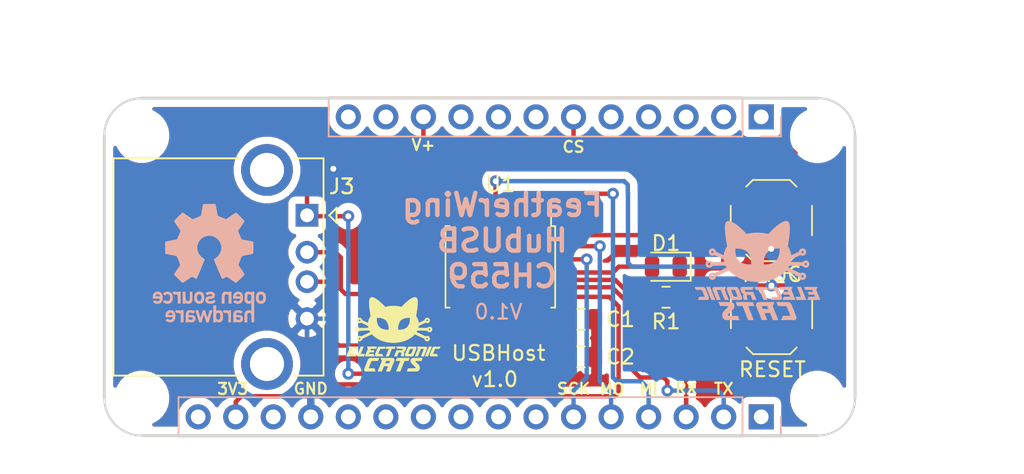
<source format=kicad_pcb>
(kicad_pcb (version 20171130) (host pcbnew "(5.1.6)-1")
  (layers (0 F.Cu signal) (31 B.Cu signal) (34 B.Paste user) (35 F.Paste user) (36 B.SilkS user) (37 F.SilkS user) (38 B.Mask user) (39 F.Mask user) (44 Edge.Cuts user))
  (net 0 "")
  (net 1 /TX)
  (net 2 /RX)
  (net 3 GND)
  (net 4 +3V3)
  (net 5 VBUS)
  (net 6 "Net-(J3-Pad5)")
  (net 7 /RST)
  (net 8 /PROG)
  (net 9 "Net-(U1-Pad13)")
  (net 10 "Net-(U1-Pad12)")
  (net 11 "Net-(U1-Pad11)")
  (net 12 "Net-(U1-Pad10)")
  (net 13 "Net-(U1-Pad8)")
  (net 14 "Net-(U1-Pad1)")
  (net 15 "Net-(J1-Pad1)")
  (net 16 "Net-(J1-Pad7)")
  (net 17 "Net-(J1-Pad8)")
  (net 18 "Net-(J1-Pad9)")
  (net 19 "Net-(J1-Pad10)")
  (net 20 "Net-(J1-Pad11)")
  (net 21 "Net-(J1-Pad12)")
  (net 22 "Net-(J1-Pad14)")
  (net 23 "Net-(J2-Pad1)")
  (net 24 "Net-(J2-Pad2)")
  (net 25 "Net-(J2-Pad3)")
  (net 26 "Net-(J2-Pad4)")
  (net 27 "Net-(J2-Pad5)")
  (net 28 "Net-(J2-Pad7)")
  (net 29 "Net-(J2-Pad8)")
  (net 30 "Net-(J2-Pad9)")
  (net 31 "Net-(J2-Pad11)")
  (net 32 "Net-(J2-Pad12)")
  (net 33 /D-)
  (net 34 /D+)
  (net 35 "Net-(J1-Pad16)")
  (net 36 /LED)
  (net 37 "Net-(D1-Pad1)")
  (net 38 /MISO)
  (net 39 /MOSI)
  (net 40 /SCK)
  (net 41 /CS)
  (module Button_Switch_SMD:SW_SPST_TL3342 (layer F.Cu) (at 70.5358 33.6931)
    (fp_text reference PROG (at 0.0508 3.6449 180) (layer F.SilkS))
    (fp_text value DOWNLOADER)
    (pad 2 smd rect (at 3.15 1.9) (size 1.7 1) (layers F.Cu F.Paste F.Mask) (net 3 GND))
    (pad 2 smd rect (at -3.15 1.9) (size 1.7 1) (layers F.Cu F.Paste F.Mask) (net 3 GND))
    (pad 1 smd rect (at 3.15 -1.9) (size 1.7 1) (layers F.Cu F.Paste F.Mask) (net 8 /PROG))
    (pad 1 smd rect (at -3.15 -1.9) (size 1.7 1) (layers F.Cu F.Paste F.Mask) (net 8 /PROG))
  )
  (module Connector_USB:USB_A_CONNFLY_DS1095-WNR0 (layer F.Cu) (at 39.116 33.3375 270)
    (fp_text reference J3 (at -1.95 -2.35 180) (layer F.SilkS))
    (fp_text value USB_A)
    (pad 4 thru_hole circle (at 7 0 270) (size 1.524 1.524) (drill 0.92) (layers *.Cu *.Mask) (net 3 GND))
    (pad 3 thru_hole circle (at 4.5 0 270) (size 1.524 1.524) (drill 0.92) (layers *.Cu *.Mask) (net 34 /D+))
    (pad 2 thru_hole circle (at 2.5 0 270) (size 1.524 1.524) (drill 0.92) (layers *.Cu *.Mask) (net 33 /D-))
    (pad 1 thru_hole rect (at 0 0 270) (size 1.524 1.524) (drill 0.92) (layers *.Cu *.Mask) (net 5 VBUS))
    (pad 5 thru_hole circle (at -3.07 2.71 270) (size 3.5 3.5) (drill 2.3) (layers *.Cu *.Mask) (net 6 "Net-(J3-Pad5)"))
    (pad 5 thru_hole circle (at 10.07 2.71 270) (size 3.5 3.5) (drill 2.3) (layers *.Cu *.Mask) (net 6 "Net-(J3-Pad5)"))
  )
  (module Connector_PinHeader_2.54mm:PinHeader_1x16_P2.54mm_Vertical (layer B.Cu) (at 69.85 46.99 90)
    (fp_text reference J1 hide)
    (fp_text value "feather long" hide)
    (pad 1 thru_hole rect (at 0 0 90) (size 1.7 1.7) (drill 1) (layers *.Cu *.Mask) (net 15 "Net-(J1-Pad1)"))
    (pad 2 thru_hole oval (at 0 -2.54 90) (size 1.7 1.7) (drill 1) (layers *.Cu *.Mask) (net 1 /TX))
    (pad 3 thru_hole oval (at 0 -5.08 90) (size 1.7 1.7) (drill 1) (layers *.Cu *.Mask) (net 2 /RX))
    (pad 4 thru_hole oval (at 0 -7.62 90) (size 1.7 1.7) (drill 1) (layers *.Cu *.Mask) (net 38 /MISO))
    (pad 5 thru_hole oval (at 0 -10.16 90) (size 1.7 1.7) (drill 1) (layers *.Cu *.Mask) (net 39 /MOSI))
    (pad 6 thru_hole oval (at 0 -12.7 90) (size 1.7 1.7) (drill 1) (layers *.Cu *.Mask) (net 40 /SCK))
    (pad 7 thru_hole oval (at 0 -15.24 90) (size 1.7 1.7) (drill 1) (layers *.Cu *.Mask) (net 16 "Net-(J1-Pad7)"))
    (pad 8 thru_hole oval (at 0 -17.78 90) (size 1.7 1.7) (drill 1) (layers *.Cu *.Mask) (net 17 "Net-(J1-Pad8)"))
    (pad 9 thru_hole oval (at 0 -20.32 90) (size 1.7 1.7) (drill 1) (layers *.Cu *.Mask) (net 18 "Net-(J1-Pad9)"))
    (pad 10 thru_hole oval (at 0 -22.86 90) (size 1.7 1.7) (drill 1) (layers *.Cu *.Mask) (net 19 "Net-(J1-Pad10)"))
    (pad 11 thru_hole oval (at 0 -25.4 90) (size 1.7 1.7) (drill 1) (layers *.Cu *.Mask) (net 20 "Net-(J1-Pad11)"))
    (pad 12 thru_hole oval (at 0 -27.94 90) (size 1.7 1.7) (drill 1) (layers *.Cu *.Mask) (net 21 "Net-(J1-Pad12)"))
    (pad 13 thru_hole oval (at 0 -30.48 90) (size 1.7 1.7) (drill 1) (layers *.Cu *.Mask) (net 3 GND))
    (pad 14 thru_hole oval (at 0 -33.02 90) (size 1.7 1.7) (drill 1) (layers *.Cu *.Mask) (net 22 "Net-(J1-Pad14)"))
    (pad 15 thru_hole oval (at 0 -35.56 90) (size 1.7 1.7) (drill 1) (layers *.Cu *.Mask) (net 4 +3V3))
    (pad 16 thru_hole oval (at 0 -38.1 90) (size 1.7 1.7) (drill 1) (layers *.Cu *.Mask) (net 35 "Net-(J1-Pad16)"))
  )
  (module Aesthetics:electronic_cats_logo_4x3 (layer F.Cu) (at 44.958 41.402)
    (fp_text reference G*** hide)
    (fp_text value LOGO hide)
  )
  (module Symbol:OSHW-Logo_7.5x8mm_SilkScreen (layer B.Cu) (at 32.512 36.576 180)
    (fp_text reference REF** hide)
    (fp_text value OSHW-Logo_7.5x8mm_SilkScreen hide)
  )
  (module Aesthetics:electronic_cats_logo_8x6 (layer B.Cu) (at 69.596 37.084 180)
    (fp_text reference G*** hide)
    (fp_text value LOGO hide)
  )
  (module Resistor_SMD:R_0805_2012Metric (layer F.Cu) (at 63.4088 38.8874 180)
    (fp_text reference R1 (at 0 -1.65 180) (layer F.SilkS))
    (fp_text value 1K)
    (pad 2 smd roundrect (at 0.9375 0 180) (size 0.975 1.4) (layers F.Cu F.Paste F.Mask) (net 3 GND))
    (pad 1 smd roundrect (at -0.9375 0 180) (size 0.975 1.4) (layers F.Cu F.Paste F.Mask) (net 37 "Net-(D1-Pad1)"))
  )
  (module LED_SMD:LED_0805_2012Metric (layer F.Cu) (at 63.3961 36.8173 180)
    (fp_text reference D1 (at -0.0127 1.5875) (layer F.SilkS))
    (fp_text value LED)
    (pad 2 smd roundrect (at 0.9375 0 180) (size 0.975 1.4) (layers F.Cu F.Paste F.Mask) (net 36 /LED))
    (pad 1 smd roundrect (at -0.9375 0 180) (size 0.975 1.4) (layers F.Cu F.Paste F.Mask) (net 37 "Net-(D1-Pad1)"))
  )
  (module Connector_USB:USB_A_CONNFLY_DS1095-WNR0 (layer F.Cu) (at 39.116 33.3375 270)
    (fp_text reference J3 (at -1.95 -2.35 180) (layer F.SilkS))
    (fp_text value USB_A)
    (pad 4 thru_hole circle (at 7 0 270) (size 1.524 1.524) (drill 0.92) (layers *.Cu *.Mask) (net 3 GND))
    (pad 3 thru_hole circle (at 4.5 0 270) (size 1.524 1.524) (drill 0.92) (layers *.Cu *.Mask) (net 34 /D+))
    (pad 2 thru_hole circle (at 2.5 0 270) (size 1.524 1.524) (drill 0.92) (layers *.Cu *.Mask) (net 33 /D-))
    (pad 1 thru_hole rect (at 0 0 270) (size 1.524 1.524) (drill 0.92) (layers *.Cu *.Mask) (net 5 VBUS))
    (pad 5 thru_hole circle (at -3.07 2.71 270) (size 3.5 3.5) (drill 2.3) (layers *.Cu *.Mask) (net 6 "Net-(J3-Pad5)"))
    (pad 5 thru_hole circle (at 10.07 2.71 270) (size 3.5 3.5) (drill 2.3) (layers *.Cu *.Mask) (net 6 "Net-(J3-Pad5)"))
  )
  (module Capacitor_SMD:C_0805_2012Metric (layer F.Cu) (at 57.658 42.926)
    (fp_text reference C2 (at 2.667 0 180) (layer F.SilkS))
    (fp_text value 3.3uF)
    (pad 2 smd roundrect (at 0.9375 0) (size 0.975 1.4) (layers F.Cu F.Paste F.Mask) (net 3 GND))
    (pad 1 smd roundrect (at -0.9375 0) (size 0.975 1.4) (layers F.Cu F.Paste F.Mask) (net 5 VBUS))
  )
  (module Package_SO:SSOP-20_5.3x7.2mm_P0.65mm (layer F.Cu) (at 52.197 36.83 270)
    (fp_text reference U1 (at -5.588 0) (layer F.SilkS))
    (fp_text value CH559T)
    (pad 20 smd roundrect (at 3.5 -2.925 270) (size 1.9 0.5) (layers F.Cu F.Paste F.Mask) (net 4 +3V3))
    (pad 19 smd roundrect (at 3.5 -2.275 270) (size 1.9 0.5) (layers F.Cu F.Paste F.Mask) (net 5 VBUS))
    (pad 18 smd roundrect (at 3.5 -1.625 270) (size 1.9 0.5) (layers F.Cu F.Paste F.Mask) (net 3 GND))
    (pad 17 smd roundrect (at 3.5 -0.975 270) (size 1.9 0.5) (layers F.Cu F.Paste F.Mask) (net 1 /TX))
    (pad 16 smd roundrect (at 3.5 -0.325 270) (size 1.9 0.5) (layers F.Cu F.Paste F.Mask) (net 2 /RX))
    (pad 15 smd roundrect (at 3.5 0.325 270) (size 1.9 0.5) (layers F.Cu F.Paste F.Mask) (net 33 /D-))
    (pad 14 smd roundrect (at 3.5 0.975 270) (size 1.9 0.5) (layers F.Cu F.Paste F.Mask) (net 34 /D+))
    (pad 13 smd roundrect (at 3.5 1.625 270) (size 1.9 0.5) (layers F.Cu F.Paste F.Mask) (net 9 "Net-(U1-Pad13)"))
    (pad 12 smd roundrect (at 3.5 2.275 270) (size 1.9 0.5) (layers F.Cu F.Paste F.Mask) (net 10 "Net-(U1-Pad12)"))
    (pad 11 smd roundrect (at 3.5 2.925 270) (size 1.9 0.5) (layers F.Cu F.Paste F.Mask) (net 11 "Net-(U1-Pad11)"))
    (pad 10 smd roundrect (at -3.5 2.925 270) (size 1.9 0.5) (layers F.Cu F.Paste F.Mask) (net 12 "Net-(U1-Pad10)"))
    (pad 9 smd roundrect (at -3.5 2.275 270) (size 1.9 0.5) (layers F.Cu F.Paste F.Mask) (net 8 /PROG))
    (pad 8 smd roundrect (at -3.5 1.625 270) (size 1.9 0.5) (layers F.Cu F.Paste F.Mask) (net 13 "Net-(U1-Pad8)"))
    (pad 7 smd roundrect (at -3.5 0.975 270) (size 1.9 0.5) (layers F.Cu F.Paste F.Mask) (net 36 /LED))
    (pad 6 smd roundrect (at -3.5 0.325 270) (size 1.9 0.5) (layers F.Cu F.Paste F.Mask) (net 7 /RST))
    (pad 5 smd roundrect (at -3.5 -0.325 270) (size 1.9 0.5) (layers F.Cu F.Paste F.Mask) (net 40 /SCK))
    (pad 4 smd roundrect (at -3.5 -0.975 270) (size 1.9 0.5) (layers F.Cu F.Paste F.Mask) (net 38 /MISO))
    (pad 3 smd roundrect (at -3.5 -1.625 270) (size 1.9 0.5) (layers F.Cu F.Paste F.Mask) (net 39 /MOSI))
    (pad 2 smd roundrect (at -3.5 -2.275 270) (size 1.9 0.5) (layers F.Cu F.Paste F.Mask) (net 41 /CS))
    (pad 1 smd roundrect (at -3.5 -2.925 270) (size 1.9 0.5) (layers F.Cu F.Paste F.Mask) (net 14 "Net-(U1-Pad1)"))
  )
  (module Button_Switch_SMD:SW_SPST_TL3342 (layer F.Cu) (at 70.5485 39.9923)
    (fp_text reference RESET (at 0.0508 3.7846 180) (layer F.SilkS))
    (fp_text value RESET)
    (pad 2 smd rect (at 3.15 1.9) (size 1.7 1) (layers F.Cu F.Paste F.Mask) (net 3 GND))
    (pad 2 smd rect (at -3.15 1.9) (size 1.7 1) (layers F.Cu F.Paste F.Mask) (net 3 GND))
    (pad 1 smd rect (at 3.15 -1.9) (size 1.7 1) (layers F.Cu F.Paste F.Mask) (net 7 /RST))
    (pad 1 smd rect (at -3.15 -1.9) (size 1.7 1) (layers F.Cu F.Paste F.Mask) (net 7 /RST))
  )
  (module Capacitor_SMD:C_0805_2012Metric (layer F.Cu) (at 57.658 40.386)
    (fp_text reference C1 (at 2.667 0 180) (layer F.SilkS))
    (fp_text value 0.1uF)
    (pad 2 smd roundrect (at 0.9375 0) (size 0.975 1.4) (layers F.Cu F.Paste F.Mask) (net 3 GND))
    (pad 1 smd roundrect (at -0.9375 0) (size 0.975 1.4) (layers F.Cu F.Paste F.Mask) (net 4 +3V3))
  )
  (module MountingHole:MountingHole_2.7mm_M2.5 (layer F.Cu) (at 73.66 27.94)
    (fp_text reference REF** hide)
    (fp_text value MountingHole_2.7mm_M2.5 hide)
    (pad 1 np_thru_hole circle (at 0 0) (size 2.7 2.7) (drill 2.7) (layers *.Cu *.Mask))
  )
  (module MountingHole:MountingHole_2.7mm_M2.5 (layer F.Cu) (at 73.66 45.72)
    (fp_text reference REF** hide)
    (fp_text value MountingHole_2.7mm_M2.5 hide)
    (pad 1 np_thru_hole circle (at 0 0) (size 2.7 2.7) (drill 2.7) (layers *.Cu *.Mask))
  )
  (module MountingHole:MountingHole_2.7mm_M2.5 (layer F.Cu) (at 27.94 45.72)
    (fp_text reference REF** hide)
    (fp_text value MountingHole_2.7mm_M2.5 hide)
    (pad 1 np_thru_hole circle (at 0 0) (size 2.7 2.7) (drill 2.7) (layers *.Cu *.Mask))
  )
  (module MountingHole:MountingHole_2.7mm_M2.5 (layer F.Cu) (at 27.94 27.94)
    (fp_text reference REF** hide)
    (fp_text value MountingHole_2.7mm_M2.5 hide)
    (pad 1 np_thru_hole circle (at 0 0) (size 2.7 2.7) (drill 2.7) (layers *.Cu *.Mask))
  )
  (module Connector_PinHeader_2.54mm:PinHeader_1x12_P2.54mm_Vertical (layer B.Cu) (at 69.85 26.67 90)
    (fp_text reference J2 hide)
    (fp_text value "feather short" hide)
    (pad 1 thru_hole rect (at 0 0 90) (size 1.7 1.7) (drill 1) (layers *.Cu *.Mask) (net 23 "Net-(J2-Pad1)"))
    (pad 2 thru_hole oval (at 0 -2.54 90) (size 1.7 1.7) (drill 1) (layers *.Cu *.Mask) (net 24 "Net-(J2-Pad2)"))
    (pad 3 thru_hole oval (at 0 -5.08 90) (size 1.7 1.7) (drill 1) (layers *.Cu *.Mask) (net 25 "Net-(J2-Pad3)"))
    (pad 4 thru_hole oval (at 0 -7.62 90) (size 1.7 1.7) (drill 1) (layers *.Cu *.Mask) (net 26 "Net-(J2-Pad4)"))
    (pad 5 thru_hole oval (at 0 -10.16 90) (size 1.7 1.7) (drill 1) (layers *.Cu *.Mask) (net 27 "Net-(J2-Pad5)"))
    (pad 6 thru_hole oval (at 0 -12.7 90) (size 1.7 1.7) (drill 1) (layers *.Cu *.Mask) (net 41 /CS))
    (pad 7 thru_hole oval (at 0 -15.24 90) (size 1.7 1.7) (drill 1) (layers *.Cu *.Mask) (net 28 "Net-(J2-Pad7)"))
    (pad 8 thru_hole oval (at 0 -17.78 90) (size 1.7 1.7) (drill 1) (layers *.Cu *.Mask) (net 29 "Net-(J2-Pad8)"))
    (pad 9 thru_hole oval (at 0 -20.32 90) (size 1.7 1.7) (drill 1) (layers *.Cu *.Mask) (net 30 "Net-(J2-Pad9)"))
    (pad 10 thru_hole oval (at 0 -22.86 90) (size 1.7 1.7) (drill 1) (layers *.Cu *.Mask) (net 5 VBUS))
    (pad 11 thru_hole oval (at 0 -25.4 90) (size 1.7 1.7) (drill 1) (layers *.Cu *.Mask) (net 31 "Net-(J2-Pad11)"))
    (pad 12 thru_hole oval (at 0 -27.94 90) (size 1.7 1.7) (drill 1) (layers *.Cu *.Mask) (net 32 "Net-(J2-Pad12)"))
  )
  (gr_text 3V3 (at 34.0868 45.0977) (layer F.SilkS) (effects (font (size 0.75 0.75))))
  (gr_text V1.0 (at 52.07 39.878) (layer B.SilkS) (effects (font (size 1 1)) (justify mirror)))
  (gr_text v1.0 (at 51.816 44.45) (layer F.SilkS) (effects (font (size 1 1))))
  (gr_text USBHost (at 52.07 42.672) (layer F.SilkS) (effects (font (size 1 1))))
  (gr_text CS (at 57.15 28.702) (layer F.SilkS) (effects (font (size 0.75 0.75))))
  (gr_text "FeatherWing\nHubUSB\nCH559" (at 52.324 35.052) (layer B.SilkS) (effects (font (size 1.5 1.5) (thickness 0.3)) (justify mirror)))
  (gr_text V+ (at 46.99 28.575) (layer F.SilkS) (effects (font (size 0.75 0.75))))
  (gr_text TX (at 67.31 45.085) (layer F.SilkS) (effects (font (size 0.75 0.75))))
  (gr_text RX (at 64.77 45.085) (layer F.SilkS) (effects (font (size 0.75 0.75))))
  (gr_text MI (at 62.24 45.1) (layer F.SilkS) (effects (font (size 0.75 0.75))))
  (gr_text MO (at 59.76 45.12) (layer F.SilkS) (effects (font (size 0.75 0.75))))
  (gr_text SCK (at 57.15 45.085) (layer F.SilkS) (effects (font (size 0.75 0.75))))
  (gr_text GND (at 39.37 45.085) (layer F.SilkS) (effects (font (size 0.75 0.75))))
  (gr_arc (start 73.66 27.94) (end 76.2 27.94) (angle -90) (layer Edge.Cuts) (width 0.15))
  (gr_arc (start 73.66 45.72) (end 73.66 48.26) (angle -90) (layer Edge.Cuts) (width 0.15))
  (gr_arc (start 27.94 45.72) (end 25.4 45.72) (angle -90) (layer Edge.Cuts) (width 0.15))
  (gr_arc (start 27.94 27.94) (end 27.94 25.4) (angle -90) (layer Edge.Cuts) (width 0.15))
  (gr_line (start 25.4 45.72) (end 25.4 27.94) (layer Edge.Cuts) (width 0.2))
  (gr_line (start 73.66 48.26) (end 27.94 48.26) (layer Edge.Cuts) (width 0.2))
  (gr_line (start 76.2 27.94) (end 76.2 45.72) (layer Edge.Cuts) (width 0.2))
  (gr_line (start 27.94 25.4) (end 73.66 25.4) (layer Edge.Cuts) (width 0.2))
  (segment (start 63.5 45.212) (end 63.5 45.212) (width 0.3) (layer F.Cu) (net 1))
  (via (at 63.5 45.212) (size 0.8) (drill 0.4) (layers F.Cu B.Cu) (net 1))
  (segment (start 63.5 45.212) (end 66.929 45.212) (width 0.3) (layer B.Cu) (net 1))
  (segment (start 67.31 45.593) (end 67.31 46.99) (width 0.3) (layer B.Cu) (net 1))
  (segment (start 66.929 45.212) (end 67.31 45.593) (width 0.3) (layer B.Cu) (net 1))
  (segment (start 53.35598 38.21102) (end 53.172 38.395) (width 0.3) (layer F.Cu) (net 1))
  (segment (start 59.76056 38.21102) (end 53.35598 38.21102) (width 0.3) (layer F.Cu) (net 1))
  (segment (start 63.5 45.212) (end 63.5 44.577) (width 0.3) (layer F.Cu) (net 1))
  (segment (start 63.5 44.577) (end 63.246 44.323) (width 0.3) (layer F.Cu) (net 1))
  (segment (start 60.96799 43.64111) (end 60.96799 39.41845) (width 0.3) (layer F.Cu) (net 1))
  (segment (start 53.172 38.395) (end 53.172 40.33) (width 0.3) (layer F.Cu) (net 1))
  (segment (start 63.246 44.323) (end 61.64988 44.323) (width 0.3) (layer F.Cu) (net 1))
  (segment (start 61.64988 44.323) (end 60.96799 43.64111) (width 0.3) (layer F.Cu) (net 1))
  (segment (start 60.96799 39.41845) (end 59.76056 38.21102) (width 0.3) (layer F.Cu) (net 1))
  (segment (start 64.77 46.99) (end 64.77 45.72) (width 0.3) (layer F.Cu) (net 2))
  (segment (start 52.522 39.358234) (end 52.522 40.33) (width 0.3) (layer F.Cu) (net 2))
  (segment (start 52.578 39.302234) (end 52.522 39.358234) (width 0.3) (layer F.Cu) (net 2))
  (segment (start 64.77 46.99) (end 64.77 44.196) (width 0.3) (layer F.Cu) (net 2))
  (segment (start 64.77 44.196) (end 64.389 43.815) (width 0.3) (layer F.Cu) (net 2))
  (segment (start 61.468 43.434) (end 61.468 39.21134) (width 0.3) (layer F.Cu) (net 2))
  (segment (start 64.389 43.815) (end 61.849 43.815) (width 0.3) (layer F.Cu) (net 2))
  (segment (start 61.849 43.815) (end 61.468 43.434) (width 0.3) (layer F.Cu) (net 2))
  (segment (start 61.468 39.21134) (end 59.96767 37.71101) (width 0.3) (layer F.Cu) (net 2))
  (segment (start 52.578 38.227) (end 53.09399 37.71101) (width 0.3) (layer F.Cu) (net 2))
  (segment (start 59.96767 37.71101) (end 53.09399 37.71101) (width 0.3) (layer F.Cu) (net 2))
  (segment (start 52.578 38.227) (end 52.578 39.302234) (width 0.3) (layer F.Cu) (net 2))
  (segment (start 39.116 46.736) (end 39.37 46.99) (width 0.5) (layer B.Cu) (net 3))
  (segment (start 58.5955 40.386) (end 58.5955 42.418) (width 0.3) (layer F.Cu) (net 3))
  (segment (start 53.822 41.174) (end 53.848 41.2) (width 0.25) (layer F.Cu) (net 3))
  (segment (start 53.822 40.33) (end 53.822 41.174) (width 0.25) (layer F.Cu) (net 3))
  (segment (start 39.37 46.99) (end 39.395 46.965) (width 0.25) (layer B.Cu) (net 3))
  (segment (start 39.116 43.688) (end 39.116 43.815) (width 0.25) (layer F.Cu) (net 3))
  (segment (start 58.5955 42.418) (end 58.572 42.4415) (width 0.25) (layer F.Cu) (net 3))
  (segment (start 58.572 44.475) (end 58.256001 44.790999) (width 0.3) (layer F.Cu) (net 3))
  (segment (start 58.256001 44.790999) (end 58.256001 44.794001) (width 0.25) (layer F.Cu) (net 3))
  (segment (start 39.116 44.45) (end 39.460001 44.794001) (width 0.3) (layer F.Cu) (net 3))
  (segment (start 58.256001 44.794001) (end 39.460001 44.794001) (width 0.3) (layer F.Cu) (net 3))
  (segment (start 39.116 44.45) (end 39.116 43.688) (width 0.3) (layer F.Cu) (net 3))
  (segment (start 58.5955 44.4515) (end 58.572 44.475) (width 0.3) (layer F.Cu) (net 3))
  (segment (start 58.5955 42.926) (end 58.5955 44.4515) (width 0.3) (layer F.Cu) (net 3))
  (segment (start 53.822 42.825) (end 53.822 40.33) (width 0.3) (layer F.Cu) (net 3))
  (segment (start 53.594 43.053) (end 53.822 42.825) (width 0.3) (layer F.Cu) (net 3))
  (segment (start 39.624 43.053) (end 53.594 43.053) (width 0.3) (layer F.Cu) (net 3))
  (segment (start 39.116 43.053) (end 39.624 43.053) (width 0.3) (layer F.Cu) (net 3))
  (segment (start 39.116 42.672) (end 39.116 40.3375) (width 0.3) (layer F.Cu) (net 3))
  (segment (start 39.116 43.053) (end 39.116 42.672) (width 0.3) (layer F.Cu) (net 3))
  (segment (start 39.624 43.053) (end 39.497 43.053) (width 0.3) (layer F.Cu) (net 3))
  (segment (start 39.116 43.688) (end 39.116 43.434) (width 0.3) (layer F.Cu) (net 3))
  (segment (start 39.116 43.434) (end 39.116 43.053) (width 0.3) (layer F.Cu) (net 3))
  (segment (start 39.116 42.672) (end 39.497 43.053) (width 0.3) (layer F.Cu) (net 3))
  (segment (start 39.116 43.434) (end 39.497 43.053) (width 0.3) (layer F.Cu) (net 3))
  (segment (start 39.37 46.99) (end 39.37 45.212) (width 0.3) (layer B.Cu) (net 3))
  (segment (start 39.116 44.958) (end 39.116 40.3375) (width 0.3) (layer B.Cu) (net 3))
  (segment (start 39.37 45.212) (end 39.116 44.958) (width 0.3) (layer B.Cu) (net 3))
  (segment (start 67.3985 41.8923) (end 70.5662 41.8923) (width 0.3) (layer F.Cu) (net 3))
  (segment (start 70.5662 41.8923) (end 73.6985 41.8923) (width 0.3) (layer F.Cu) (net 3))
  (segment (start 73.7035 41.8973) (end 73.6985 41.8923) (width 0.3) (layer F.Cu) (net 3))
  (segment (start 63.1494 41.8923) (end 67.3985 41.8923) (width 0.3) (layer F.Cu) (net 3))
  (segment (start 62.8015 41.8973) (end 63.1444 41.8973) (width 0.3) (layer F.Cu) (net 3))
  (segment (start 63.1444 41.8973) (end 63.1494 41.8923) (width 0.3) (layer F.Cu) (net 3))
  (segment (start 62.4713 41.5671) (end 62.8015 41.8973) (width 0.3) (layer F.Cu) (net 3))
  (segment (start 62.4713 38.8874) (end 62.4713 41.5671) (width 0.3) (layer F.Cu) (net 3))
  (segment (start 70.1802 30.1879) (end 70.5231 30.5308) (width 0.3) (layer B.Cu) (net 3))
  (segment (start 41.2623 30.1879) (end 41.3639 30.1879) (width 0.3) (layer B.Cu) (net 3))
  (segment (start 74.9808 41.8973) (end 73.7035 41.8973) (width 0.3) (layer F.Cu) (net 3))
  (segment (start 75.2348 41.6433) (end 74.9808 41.8973) (width 0.3) (layer F.Cu) (net 3))
  (segment (start 75.2348 35.8521) (end 75.2348 41.6433) (width 0.3) (layer F.Cu) (net 3))
  (segment (start 73.6858 35.5931) (end 74.9758 35.5931) (width 0.3) (layer F.Cu) (net 3))
  (segment (start 74.9758 35.5931) (end 75.2348 35.8521) (width 0.3) (layer F.Cu) (net 3))
  (segment (start 70.5231 30.5308) (end 70.5231 30.988) (width 0.3) (layer B.Cu) (net 3))
  (segment (start 67.3858 35.5931) (end 70.4519 35.5931) (width 0.3) (layer F.Cu) (net 3))
  (segment (start 70.4519 35.5931) (end 73.6858 35.5931) (width 0.3) (layer F.Cu) (net 3))
  (segment (start 70.5231 30.988) (end 70.5231 35.6108) (width 0.3) (layer B.Cu) (net 3))
  (via (at 70.5231 35.6108) (size 0.8) (drill 0.4) (layers F.Cu B.Cu) (net 3))
  (segment (start 41.3639 30.1879) (end 70.1802 30.1879) (width 0.3) (layer B.Cu) (net 3))
  (segment (start 40.6885 40.3375) (end 39.116 40.3375) (width 0.3) (layer B.Cu) (net 3))
  (segment (start 40.894 40.132) (end 40.6885 40.3375) (width 0.3) (layer B.Cu) (net 3))
  (segment (start 41.3639 30.1879) (end 40.894 30.1879) (width 0.3) (layer B.Cu) (net 3))
  (segment (start 40.894 30.1879) (end 40.894 40.132) (width 0.3) (layer B.Cu) (net 3))
  (segment (start 40.894 30.1879) (end 40.894 30.1879) (width 0.3) (layer B.Cu) (net 3))
  (via (at 40.894 30.1879) (size 0.8) (drill 0.4) (layers F.Cu B.Cu) (net 3))
  (segment (start 55.178 40.386) (end 55.122 40.33) (width 0.25) (layer F.Cu) (net 4))
  (segment (start 55.22801 40.386) (end 55.17201 40.33) (width 0.5) (layer F.Cu) (net 4))
  (segment (start 56.7205 40.386) (end 55.22801 40.386) (width 0.3) (layer F.Cu) (net 4))
  (segment (start 34.29 46.482) (end 34.29 46.99) (width 0.5) (layer F.Cu) (net 4))
  (segment (start 56.7205 39.2915) (end 56.7205 40.386) (width 0.3) (layer F.Cu) (net 4))
  (segment (start 57.15 38.862) (end 56.7205 39.2915) (width 0.3) (layer F.Cu) (net 4))
  (segment (start 34.29 45.974) (end 34.671 45.593) (width 0.3) (layer F.Cu) (net 4))
  (segment (start 34.29 46.99) (end 34.29 45.974) (width 0.3) (layer F.Cu) (net 4))
  (segment (start 60.198 45.339) (end 60.198 39.497) (width 0.3) (layer F.Cu) (net 4))
  (segment (start 60.198 39.497) (end 59.563 38.862) (width 0.3) (layer F.Cu) (net 4))
  (segment (start 59.563 38.862) (end 57.15 38.862) (width 0.3) (layer F.Cu) (net 4))
  (segment (start 34.671 45.593) (end 59.944 45.593) (width 0.3) (layer F.Cu) (net 4))
  (segment (start 59.944 45.593) (end 60.198 45.339) (width 0.3) (layer F.Cu) (net 4))
  (via (at 41.91 33.401) (size 0.8) (drill 0.4) (layers F.Cu B.Cu) (net 5))
  (via (at 41.91 44.069) (size 0.8) (drill 0.4) (layers F.Cu B.Cu) (net 5))
  (segment (start 39.1795 33.401) (end 39.116 33.3375) (width 0.25) (layer F.Cu) (net 5))
  (segment (start 41.91 33.401) (end 39.1795 33.401) (width 0.3) (layer F.Cu) (net 5))
  (segment (start 41.91 33.401) (end 41.91 44.069) (width 0.3) (layer B.Cu) (net 5))
  (segment (start 54.229 44.069) (end 41.91 44.069) (width 0.3) (layer F.Cu) (net 5))
  (segment (start 54.472 43.826) (end 54.229 44.069) (width 0.3) (layer F.Cu) (net 5))
  (segment (start 54.483 42.926) (end 54.472 42.937) (width 0.3) (layer F.Cu) (net 5))
  (segment (start 54.472 43.296) (end 54.494 43.296) (width 0.3) (layer F.Cu) (net 5))
  (segment (start 54.864 42.926) (end 54.483 42.926) (width 0.3) (layer F.Cu) (net 5))
  (segment (start 56.7205 42.926) (end 54.864 42.926) (width 0.3) (layer F.Cu) (net 5))
  (segment (start 54.494 43.296) (end 54.864 42.926) (width 0.3) (layer F.Cu) (net 5))
  (segment (start 54.472 43.296) (end 54.472 43.826) (width 0.3) (layer F.Cu) (net 5))
  (segment (start 54.472 42.937) (end 54.472 43.296) (width 0.3) (layer F.Cu) (net 5))
  (segment (start 54.494 42.556) (end 54.864 42.926) (width 0.3) (layer F.Cu) (net 5))
  (segment (start 54.472 42.556) (end 54.472 42.937) (width 0.3) (layer F.Cu) (net 5))
  (segment (start 54.472 42.556) (end 54.494 42.556) (width 0.3) (layer F.Cu) (net 5))
  (segment (start 54.472 40.33) (end 54.472 42.556) (width 0.3) (layer F.Cu) (net 5))
  (segment (start 46.99 28.448) (end 46.99 26.67) (width 0.3) (layer F.Cu) (net 5))
  (segment (start 39.497 28.829) (end 46.609 28.829) (width 0.3) (layer F.Cu) (net 5))
  (segment (start 39.116 33.3375) (end 39.116 29.21) (width 0.3) (layer F.Cu) (net 5))
  (segment (start 46.609 28.829) (end 46.99 28.448) (width 0.3) (layer F.Cu) (net 5))
  (segment (start 39.116 29.21) (end 39.497 28.829) (width 0.3) (layer F.Cu) (net 5))
  (segment (start 51.872 33.33) (end 51.872 34.28) (width 0.25) (layer F.Cu) (net 7))
  (segment (start 73.6985 38.0923) (end 70.5435 38.0923) (width 0.3) (layer F.Cu) (net 7))
  (segment (start 70.5435 38.0923) (end 67.3985 38.0923) (width 0.3) (layer F.Cu) (net 7))
  (segment (start 51.8795 31.0261) (end 51.8795 31.0261) (width 0.3) (layer B.Cu) (net 7))
  (via (at 51.8795 31.0261) (size 0.8) (drill 0.4) (layers F.Cu B.Cu) (net 7))
  (segment (start 51.872 31.0336) (end 51.8795 31.0261) (width 0.3) (layer F.Cu) (net 7))
  (segment (start 51.872 33.33) (end 51.872 31.0336) (width 0.3) (layer F.Cu) (net 7))
  (via (at 70.5435 38.0923) (size 0.8) (drill 0.4) (layers F.Cu B.Cu) (net 7))
  (segment (start 69.9262 36.8173) (end 70.5435 37.4346) (width 0.3) (layer B.Cu) (net 7))
  (segment (start 61.087 36.8173) (end 69.9262 36.8173) (width 0.3) (layer B.Cu) (net 7))
  (segment (start 60.833 36.5633) (end 61.087 36.8173) (width 0.3) (layer B.Cu) (net 7))
  (segment (start 51.8795 31.0261) (end 60.579 31.0261) (width 0.3) (layer B.Cu) (net 7))
  (segment (start 60.579 31.0261) (end 60.8203 31.2674) (width 0.3) (layer B.Cu) (net 7))
  (segment (start 60.8203 31.770298) (end 60.833 31.782998) (width 0.3) (layer B.Cu) (net 7))
  (segment (start 70.5435 37.4346) (end 70.5435 38.0923) (width 0.3) (layer B.Cu) (net 7))
  (segment (start 60.8203 31.2674) (end 60.8203 31.770298) (width 0.3) (layer B.Cu) (net 7))
  (segment (start 60.833 31.782998) (end 60.833 36.5633) (width 0.3) (layer B.Cu) (net 7))
  (segment (start 49.922 33.33) (end 49.922 32.269) (width 0.25) (layer F.Cu) (net 8))
  (segment (start 49.9237 32.2673) (end 49.922 32.269) (width 0.3) (layer F.Cu) (net 8))
  (segment (start 67.3858 31.7931) (end 67.3858 30.5558) (width 0.3) (layer F.Cu) (net 8))
  (segment (start 49.922 30.4944) (end 49.922 33.33) (width 0.3) (layer F.Cu) (net 8))
  (segment (start 67.0433 30.2133) (end 50.2031 30.2133) (width 0.3) (layer F.Cu) (net 8))
  (segment (start 50.2031 30.2133) (end 49.922 30.4944) (width 0.3) (layer F.Cu) (net 8))
  (segment (start 67.3858 30.5558) (end 67.0433 30.2133) (width 0.3) (layer F.Cu) (net 8))
  (segment (start 70.48 31.7931) (end 73.6858 31.7931) (width 0.3) (layer F.Cu) (net 8))
  (segment (start 67.3858 31.7931) (end 70.48 31.7931) (width 0.3) (layer F.Cu) (net 8))
  (segment (start 51.872 40.33) (end 51.872 38.918) (width 0.3) (layer F.Cu) (net 33))
  (segment (start 51.872 38.918) (end 51.6255 38.6715) (width 0.3) (layer F.Cu) (net 33))
  (segment (start 39.116 35.8375) (end 41.0445 35.8375) (width 0.3) (layer F.Cu) (net 33))
  (segment (start 41.0445 35.8375) (end 41.402 36.195) (width 0.3) (layer F.Cu) (net 33))
  (segment (start 41.402 36.195) (end 41.402 38.354) (width 0.3) (layer F.Cu) (net 33))
  (segment (start 41.7195 38.6715) (end 51.6255 38.6715) (width 0.3) (layer F.Cu) (net 33))
  (segment (start 41.402 38.354) (end 41.7195 38.6715) (width 0.3) (layer F.Cu) (net 33))
  (segment (start 39.116 37.8375) (end 40.5045 37.8375) (width 0.3) (layer F.Cu) (net 34))
  (segment (start 40.5045 37.8375) (end 40.894 38.227) (width 0.3) (layer F.Cu) (net 34))
  (segment (start 40.894 38.227) (end 40.894 41.783) (width 0.3) (layer F.Cu) (net 34))
  (segment (start 40.894 41.783) (end 41.275 42.164) (width 0.3) (layer F.Cu) (net 34))
  (segment (start 41.275 42.164) (end 50.927 42.164) (width 0.3) (layer F.Cu) (net 34))
  (segment (start 51.222 41.869) (end 51.222 40.33) (width 0.3) (layer F.Cu) (net 34))
  (segment (start 50.927 42.164) (end 51.222 41.869) (width 0.3) (layer F.Cu) (net 34))
  (segment (start 51.222 36.8271) (end 51.222 33.33) (width 0.3) (layer F.Cu) (net 36))
  (segment (start 62.4586 36.8173) (end 60.2107 36.8173) (width 0.3) (layer F.Cu) (net 36))
  (segment (start 60.2107 36.8173) (end 59.817 37.211) (width 0.3) (layer F.Cu) (net 36))
  (segment (start 51.6059 37.211) (end 51.3363 36.9414) (width 0.3) (layer F.Cu) (net 36))
  (segment (start 59.817 37.211) (end 51.6059 37.211) (width 0.3) (layer F.Cu) (net 36))
  (segment (start 51.466901 37.072001) (end 51.3363 36.9414) (width 0.3) (layer F.Cu) (net 36))
  (segment (start 51.3363 36.9414) (end 51.222 36.8271) (width 0.3) (layer F.Cu) (net 36))
  (segment (start 64.3336 38.8747) (end 64.3463 38.8874) (width 0.3) (layer F.Cu) (net 37))
  (segment (start 64.3336 36.8173) (end 64.3336 38.8747) (width 0.3) (layer F.Cu) (net 37))
  (via (at 59.817 31.877) (size 0.8) (drill 0.4) (layers F.Cu B.Cu) (net 38))
  (segment (start 59.653001 31.913999) (end 59.69 31.877) (width 0.25) (layer B.Cu) (net 38))
  (segment (start 62.23 46.99) (end 62.23 45.085) (width 0.3) (layer B.Cu) (net 38))
  (segment (start 62.23 45.085) (end 61.722 44.577) (width 0.3) (layer B.Cu) (net 38))
  (segment (start 61.722 44.577) (end 60.071 44.577) (width 0.3) (layer B.Cu) (net 38))
  (segment (start 59.817 44.323) (end 60.071 44.577) (width 0.3) (layer B.Cu) (net 38))
  (segment (start 59.817 31.877) (end 59.817 44.323) (width 0.3) (layer B.Cu) (net 38))
  (segment (start 53.172 32.172) (end 53.467 31.877) (width 0.3) (layer F.Cu) (net 38))
  (segment (start 53.467 31.877) (end 59.817 31.877) (width 0.3) (layer F.Cu) (net 38))
  (segment (start 53.172 33.33) (end 53.172 32.172) (width 0.3) (layer F.Cu) (net 38))
  (via (at 58.928 35.433) (size 0.8) (drill 0.4) (layers F.Cu B.Cu) (net 39))
  (segment (start 58.85899 35.37501) (end 58.928 35.306) (width 0.25) (layer F.Cu) (net 39))
  (segment (start 53.822 34.808765) (end 53.822 33.33) (width 0.3) (layer F.Cu) (net 39))
  (segment (start 54.446235 35.433) (end 53.822 34.808765) (width 0.3) (layer F.Cu) (net 39))
  (segment (start 58.928 35.433) (end 54.446235 35.433) (width 0.3) (layer F.Cu) (net 39))
  (segment (start 59.69 46.99) (end 59.69 45.247354) (width 0.3) (layer B.Cu) (net 39))
  (segment (start 59.055 35.56) (end 58.928 35.433) (width 0.3) (layer B.Cu) (net 39))
  (segment (start 59.69 45.247354) (end 59.598354 45.247354) (width 0.3) (layer B.Cu) (net 39))
  (segment (start 58.928 44.577) (end 58.928 35.433) (width 0.3) (layer B.Cu) (net 39))
  (segment (start 59.598354 45.247354) (end 58.928 44.577) (width 0.3) (layer B.Cu) (net 39))
  (segment (start 58.166 36.322) (end 58.166 36.322) (width 0.25) (layer B.Cu) (net 40))
  (via (at 58.039 36.322) (size 0.8) (drill 0.4) (layers F.Cu B.Cu) (net 40))
  (segment (start 58.166 36.322) (end 52.959 36.322) (width 0.3) (layer F.Cu) (net 40))
  (segment (start 52.522 35.885) (end 52.522 33.33) (width 0.3) (layer F.Cu) (net 40))
  (segment (start 52.959 36.322) (end 52.522 35.885) (width 0.3) (layer F.Cu) (net 40))
  (segment (start 58.039 44.323) (end 58.039 36.322) (width 0.3) (layer B.Cu) (net 40))
  (segment (start 57.15 45.212) (end 58.039 44.323) (width 0.3) (layer B.Cu) (net 40))
  (segment (start 57.15 46.99) (end 57.15 45.212) (width 0.3) (layer B.Cu) (net 40))
  (segment (start 54.686901 34.682999) (end 54.472 34.468098) (width 0.3) (layer F.Cu) (net 41))
  (segment (start 75.2348 34.415598) (end 74.967399 34.682999) (width 0.3) (layer F.Cu) (net 41))
  (segment (start 57.15 26.67) (end 57.15 28.4734) (width 0.3) (layer F.Cu) (net 41))
  (segment (start 75.2348 31.0388) (end 75.2348 34.415598) (width 0.3) (layer F.Cu) (net 41))
  (segment (start 57.15 28.4734) (end 57.4548 28.7782) (width 0.3) (layer F.Cu) (net 41))
  (segment (start 57.4548 28.7782) (end 71.3359 28.7782) (width 0.3) (layer F.Cu) (net 41))
  (segment (start 72.517 30.6959) (end 74.8919 30.6959) (width 0.3) (layer F.Cu) (net 41))
  (segment (start 71.3359 28.7782) (end 71.3486 28.7909) (width 0.3) (layer F.Cu) (net 41))
  (segment (start 74.967399 34.682999) (end 54.686901 34.682999) (width 0.3) (layer F.Cu) (net 41))
  (segment (start 71.8185 28.7909) (end 72.1614 29.1338) (width 0.3) (layer F.Cu) (net 41))
  (segment (start 71.3486 28.7909) (end 71.8185 28.7909) (width 0.3) (layer F.Cu) (net 41))
  (segment (start 54.472 34.468098) (end 54.472 33.33) (width 0.3) (layer F.Cu) (net 41))
  (segment (start 72.1614 29.1338) (end 72.1614 30.3403) (width 0.3) (layer F.Cu) (net 41))
  (segment (start 72.1614 30.3403) (end 72.517 30.6959) (width 0.3) (layer F.Cu) (net 41))
  (segment (start 74.8919 30.6959) (end 75.2348 31.0388) (width 0.3) (layer F.Cu) (net 41))
  (zone (net 3) (net_name GND) (layer F.Cu) (connect_pads (clearance 0.508)) (min_thickness 0.254) (fill yes (arc_segments 32) (thermal_gap 0.508) (thermal_bridge_width 0.508))
    (polygon (pts (xy 77.4446 24.2189) (xy 77.4573 49.53) (xy 23.9268 49.4919) (xy 24.0538 24.13)))
  )
  (zone (net 3) (net_name GND) (layer B.Cu) (connect_pads (clearance 0.508)) (min_thickness 0.254) (fill yes (arc_segments 32) (thermal_gap 0.508) (thermal_bridge_width 0.508))
    (polygon (pts (xy 78.7654 50.7365) (xy 22.86 50.8508) (xy 22.8092 22.8473) (xy 78.7273 22.8346)))
  )
)
</source>
